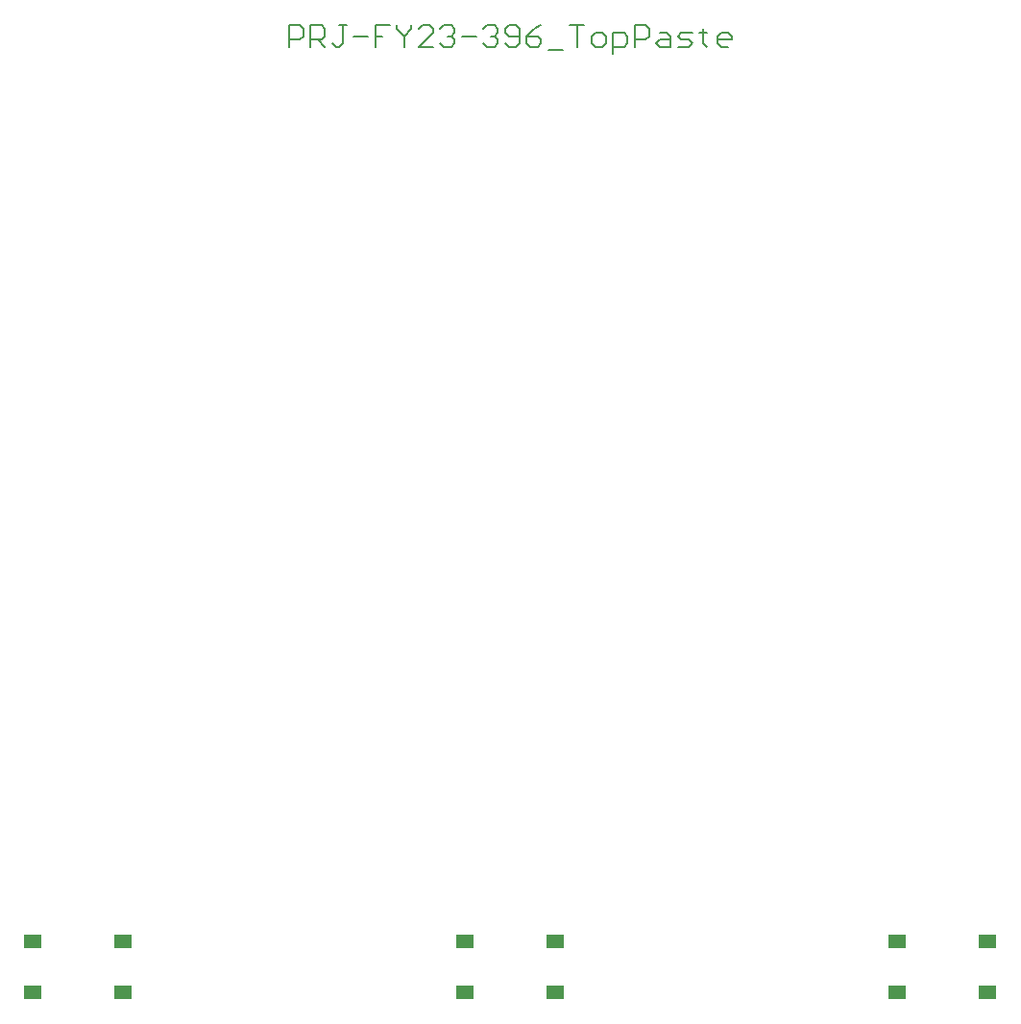
<source format=gbr>
%TF.GenerationSoftware,Altium Limited,Altium Designer,23.11.1 (41)*%
G04 Layer_Color=8421504*
%FSLAX45Y45*%
%MOMM*%
%TF.SameCoordinates,5324538C-4B84-4F37-AFBE-1FD82F1EBFC5*%
%TF.FilePolarity,Positive*%
%TF.FileFunction,Paste,Top*%
%TF.Part,Single*%
G01*
G75*
%TA.AperFunction,SMDPad,CuDef*%
%ADD10R,1.55000X1.30000*%
%TA.AperFunction,NonConductor*%
%ADD13C,0.20320*%
D10*
X10430500Y283000D02*
D03*
X9635500D02*
D03*
X10430500Y733000D02*
D03*
X9635500D02*
D03*
X2810500Y283000D02*
D03*
X2015500D02*
D03*
X2810500Y733000D02*
D03*
X2015500D02*
D03*
X6620500Y283000D02*
D03*
X5825500D02*
D03*
X6620500Y733000D02*
D03*
X5825500D02*
D03*
D13*
X4271005Y8615701D02*
Y8806139D01*
X4366224D01*
X4397964Y8774399D01*
Y8710920D01*
X4366224Y8679180D01*
X4271005D01*
X4461444Y8615701D02*
Y8806139D01*
X4556663D01*
X4588403Y8774399D01*
Y8710920D01*
X4556663Y8679180D01*
X4461444D01*
X4524923D02*
X4588403Y8615701D01*
X4778841Y8806139D02*
X4715362D01*
X4747102D01*
Y8647440D01*
X4715362Y8615701D01*
X4683622D01*
X4651882Y8647440D01*
X4842321Y8710920D02*
X4969280D01*
X5159718Y8806139D02*
X5032759D01*
Y8710920D01*
X5096239D01*
X5032759D01*
Y8615701D01*
X5223198Y8806139D02*
Y8774399D01*
X5286677Y8710920D01*
X5350157Y8774399D01*
Y8806139D01*
X5286677Y8710920D02*
Y8615701D01*
X5540595D02*
X5413636D01*
X5540595Y8742659D01*
Y8774399D01*
X5508856Y8806139D01*
X5445376D01*
X5413636Y8774399D01*
X5604075D02*
X5635815Y8806139D01*
X5699294D01*
X5731034Y8774399D01*
Y8742659D01*
X5699294Y8710920D01*
X5667554D01*
X5699294D01*
X5731034Y8679180D01*
Y8647440D01*
X5699294Y8615701D01*
X5635815D01*
X5604075Y8647440D01*
X5794513Y8710920D02*
X5921472D01*
X5984952Y8774399D02*
X6016692Y8806139D01*
X6080171D01*
X6111911Y8774399D01*
Y8742659D01*
X6080171Y8710920D01*
X6048431D01*
X6080171D01*
X6111911Y8679180D01*
Y8647440D01*
X6080171Y8615701D01*
X6016692D01*
X5984952Y8647440D01*
X6175390D02*
X6207130Y8615701D01*
X6270610D01*
X6302349Y8647440D01*
Y8774399D01*
X6270610Y8806139D01*
X6207130D01*
X6175390Y8774399D01*
Y8742659D01*
X6207130Y8710920D01*
X6302349D01*
X6492788Y8806139D02*
X6429308Y8774399D01*
X6365829Y8710920D01*
Y8647440D01*
X6397569Y8615701D01*
X6461048D01*
X6492788Y8647440D01*
Y8679180D01*
X6461048Y8710920D01*
X6365829D01*
X6556268Y8583961D02*
X6683226D01*
X6746706Y8806139D02*
X6873665D01*
X6810186D01*
Y8615701D01*
X6968884D02*
X7032364D01*
X7064103Y8647440D01*
Y8710920D01*
X7032364Y8742659D01*
X6968884D01*
X6937145Y8710920D01*
Y8647440D01*
X6968884Y8615701D01*
X7127583Y8552221D02*
Y8742659D01*
X7222802D01*
X7254542Y8710920D01*
Y8647440D01*
X7222802Y8615701D01*
X7127583D01*
X7318022D02*
Y8806139D01*
X7413241D01*
X7444981Y8774399D01*
Y8710920D01*
X7413241Y8679180D01*
X7318022D01*
X7540200Y8742659D02*
X7603679D01*
X7635419Y8710920D01*
Y8615701D01*
X7540200D01*
X7508460Y8647440D01*
X7540200Y8679180D01*
X7635419D01*
X7698899Y8615701D02*
X7794118D01*
X7825858Y8647440D01*
X7794118Y8679180D01*
X7730639D01*
X7698899Y8710920D01*
X7730639Y8742659D01*
X7825858D01*
X7921077Y8774399D02*
Y8742659D01*
X7889337D01*
X7952817D01*
X7921077D01*
Y8647440D01*
X7952817Y8615701D01*
X8143255D02*
X8079776D01*
X8048036Y8647440D01*
Y8710920D01*
X8079776Y8742659D01*
X8143255D01*
X8174995Y8710920D01*
Y8679180D01*
X8048036D01*
%TF.MD5,daa7a36b2f22baf82e3dce66560bb791*%
M02*

</source>
